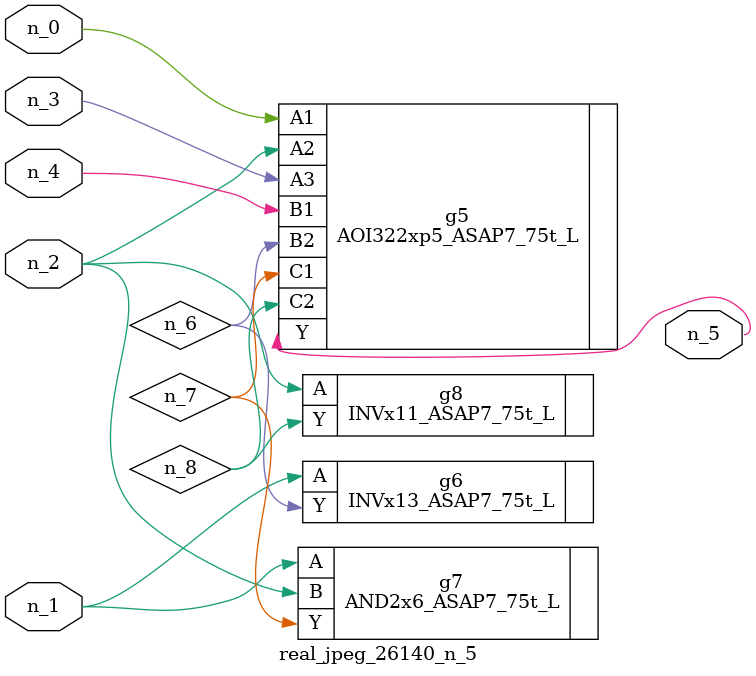
<source format=v>
module real_jpeg_26140_n_5 (n_4, n_0, n_1, n_2, n_3, n_5);

input n_4;
input n_0;
input n_1;
input n_2;
input n_3;

output n_5;

wire n_8;
wire n_6;
wire n_7;

AOI322xp5_ASAP7_75t_L g5 ( 
.A1(n_0),
.A2(n_2),
.A3(n_3),
.B1(n_4),
.B2(n_6),
.C1(n_7),
.C2(n_8),
.Y(n_5)
);

INVx13_ASAP7_75t_L g6 ( 
.A(n_1),
.Y(n_6)
);

AND2x6_ASAP7_75t_L g7 ( 
.A(n_1),
.B(n_2),
.Y(n_7)
);

INVx11_ASAP7_75t_L g8 ( 
.A(n_2),
.Y(n_8)
);


endmodule
</source>
